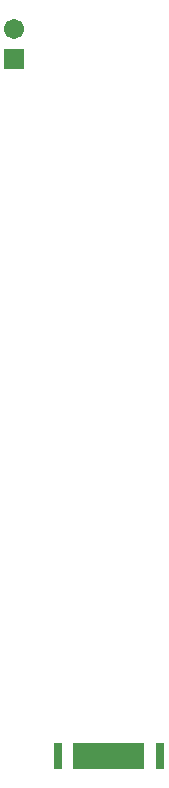
<source format=gbs>
%FSLAX25Y25*%
%MOIN*%
G70*
G01*
G75*
G04 Layer_Color=16711935*
%ADD10R,0.00984X0.03150*%
%ADD11R,0.03150X0.00984*%
%ADD12R,0.17716X0.17716*%
%ADD13R,0.07874X0.07874*%
%ADD14R,0.02362X0.02756*%
%ADD15R,0.02756X0.02362*%
%ADD16R,0.03150X0.03937*%
%ADD17R,0.02559X0.02165*%
%ADD18R,0.02165X0.02559*%
%ADD19R,0.03543X0.03150*%
%ADD20R,0.03543X0.03150*%
%ADD21R,0.01575X0.03937*%
%ADD22O,0.01181X0.07874*%
%ADD23R,0.01181X0.07874*%
%ADD24R,0.03937X0.01575*%
%ADD25R,0.02362X0.07874*%
%ADD26R,0.01063X0.07874*%
%ADD27R,0.05906X0.12992*%
%ADD28R,0.05906X0.03937*%
%ADD29R,0.03150X0.02559*%
%ADD30R,0.05118X0.15748*%
%ADD31C,0.05906*%
%ADD32R,0.03150X0.03543*%
%ADD33R,0.03150X0.03543*%
%ADD34R,0.06299X0.07480*%
%ADD35R,0.02756X0.13386*%
%ADD36R,0.07874X0.10000*%
%ADD37R,0.11417X0.11417*%
%ADD38C,0.00787*%
%ADD39C,0.01575*%
%ADD40C,0.02362*%
%ADD41C,0.01000*%
%ADD42C,0.01181*%
%ADD43R,0.05906X0.05906*%
%ADD44C,0.01969*%
%ADD45C,0.03150*%
%ADD46C,0.02756*%
%ADD47C,0.00984*%
%ADD48C,0.00500*%
%ADD49C,0.00591*%
%ADD50C,0.00394*%
%ADD51C,0.00709*%
%ADD52C,0.00197*%
%ADD53C,0.01200*%
%ADD54R,0.01784X0.03950*%
%ADD55R,0.03950X0.01784*%
%ADD56R,0.18517X0.18517*%
%ADD57R,0.08674X0.08674*%
%ADD58R,0.03162X0.03556*%
%ADD59R,0.03556X0.03162*%
%ADD60R,0.03950X0.04737*%
%ADD61R,0.03359X0.02965*%
%ADD62R,0.02965X0.03359*%
%ADD63R,0.04343X0.03950*%
%ADD64R,0.04343X0.03950*%
%ADD65R,0.02375X0.04737*%
%ADD66O,0.01981X0.08674*%
%ADD67R,0.01981X0.08674*%
%ADD68R,0.04737X0.02375*%
%ADD69R,0.03162X0.08674*%
%ADD70R,0.01863X0.08674*%
%ADD71R,0.06706X0.13792*%
%ADD72R,0.06706X0.04737*%
%ADD73R,0.03950X0.03359*%
%ADD74R,0.05918X0.16548*%
%ADD75C,0.06706*%
%ADD76R,0.03950X0.04343*%
%ADD77R,0.03950X0.04343*%
%ADD78R,0.07099X0.08280*%
%ADD79R,0.03556X0.14186*%
%ADD80R,0.08674X0.10800*%
%ADD81R,0.12217X0.12217*%
%ADD82R,0.06706X0.06706*%
D69*
X58438Y-471340D02*
D03*
X24422D02*
D03*
D70*
X42414D02*
D03*
X44383D02*
D03*
X46351D02*
D03*
X48320D02*
D03*
X50288D02*
D03*
X52257D02*
D03*
X40446D02*
D03*
X38477D02*
D03*
X36509D02*
D03*
X34540D02*
D03*
X32572D02*
D03*
X30603D02*
D03*
D75*
X9820Y-228870D02*
D03*
D82*
Y-238870D02*
D03*
M02*

</source>
